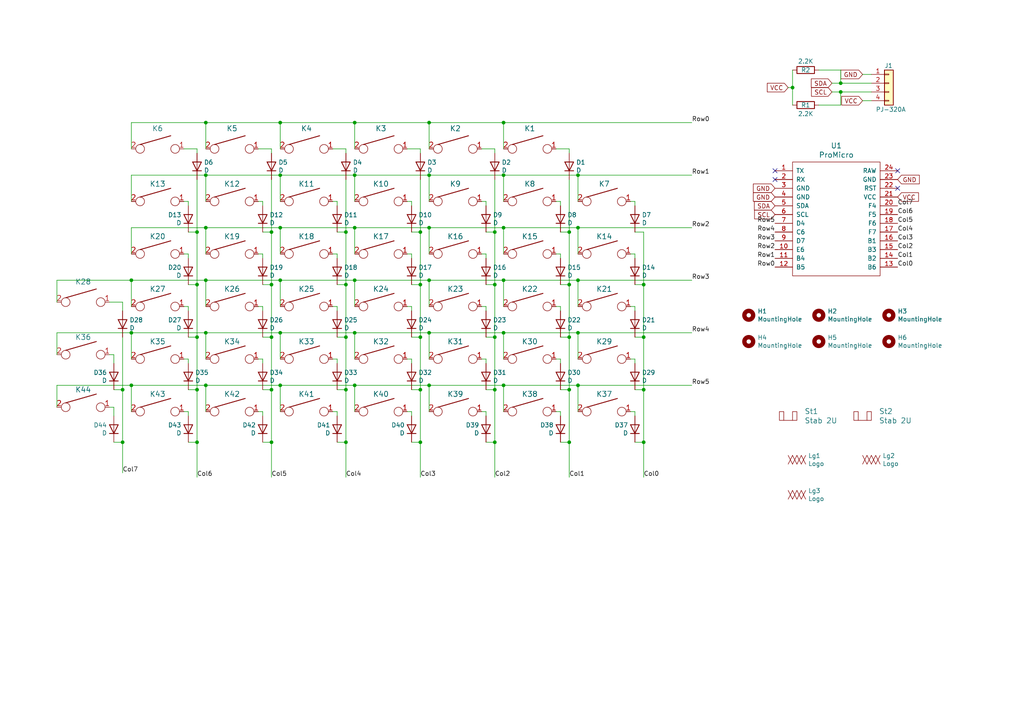
<source format=kicad_sch>
(kicad_sch (version 20230121) (generator eeschema)
  (paper "A4")
  (title_block (title "ErgoMax - Left side PCB") (date "2019-02-14") (company "Louwii"))
  (lib_symbols
    (symbol "Connector_Generic:Conn_01x04" (pin_names (offset 1.016) hide)
      (property "Reference" "J" (at 0 5.08 0))
      (property "Value" "Conn_01x04" (at 0 -7.62 0))
      (symbol "Conn_01x04_1_1"
        (pin passive line (at -5.08 2.54 0) (length 3.81) (name "Pin_1") (number "1"))
        (pin passive line (at -5.08 0 0) (length 3.81) (name "Pin_2") (number "2"))
        (pin passive line (at -5.08 -2.54 0) (length 3.81) (name "Pin_3") (number "3"))
        (pin passive line (at -5.08 -5.08 0) (length 3.81) (name "Pin_4") (number "4"))
      )
    )
    (symbol "Device:D" (pin_numbers hide) (pin_names (offset 1.016) hide)
      (property "Reference" "D" (at 0 2.54 0))
      (property "Value" "D" (at 0 -2.54 0))
      (symbol "D_1_1"
        (pin passive line (at -3.81 0 0) (length 2.54) (name "K") (number "1"))
        (pin passive line (at 3.81 0 180) (length 2.54) (name "A") (number "2"))
      )
    )
    (symbol "Device:R" (pin_numbers hide) (pin_names (offset 0))
      (property "Reference" "R" (at 2.032 0 90))
      (property "Value" "R" (at 0 0 90))
      (symbol "R_1_1"
        (pin passive line (at 0 3.81 270) (length 1.27) (name "~") (number "1"))
        (pin passive line (at 0 -3.81 90) (length 1.27) (name "~") (number "2"))
      )
    )
    (symbol "ErgoMax:Logo" (pin_names (offset 1.016))
      (property "Reference" "Lg" (at 0 -2.54 0))
      (property "Value" "Logo" (at 0 2.54 0))
    )
    (symbol "ErgoMax:Stabilizer" (pin_names (offset 1.016))
      (property "Reference" "St" (at 0 -2.54 0))
      (property "Value" "Stabilizer" (at 0 2.54 0))
    )
    (symbol "Mechanical:MountingHole" (pin_names (offset 1.016))
      (property "Reference" "H" (at 0 5.08 0))
      (property "Value" "MountingHole" (at 0 3.175 0))
    )
    (symbol "keyboard_parts:KEYSW" (pin_names (offset 1.016))
      (property "Reference" "K?" (at -1.27 0 0))
      (symbol "KEYSW_1_1"
        (pin passive line (at 7.62 0 180) (length 1.27) (name "~") (number "1"))
        (pin passive line (at -7.62 0 0) (length 1.27) (name "~") (number "2"))
      )
    )
    (symbol "promicro:ProMicro" (pin_names (offset 1.016))
      (property "Reference" "U" (at 0 24.13 0))
      (property "Value" "ProMicro" (at 0 -13.97 0))
      (symbol "ProMicro_1_1"
        (pin bidirectional line (at -17.78 19.05 0) (length 5.08) (name "TX") (number "1"))
        (pin bidirectional line (at -17.78 -3.81 0) (length 5.08) (name "E6") (number "10"))
        (pin bidirectional line (at -17.78 -6.35 0) (length 5.08) (name "B4") (number "11"))
        (pin bidirectional line (at -17.78 -8.89 0) (length 5.08) (name "B5") (number "12"))
        (pin bidirectional line (at 17.78 -8.89 180) (length 5.08) (name "B6") (number "13"))
        (pin bidirectional line (at 17.78 -6.35 180) (length 5.08) (name "B2") (number "14"))
        (pin bidirectional line (at 17.78 -3.81 180) (length 5.08) (name "B3") (number "15"))
        (pin bidirectional line (at 17.78 -1.27 180) (length 5.08) (name "B1") (number "16"))
        (pin bidirectional line (at 17.78 1.27 180) (length 5.08) (name "F7") (number "17"))
        (pin bidirectional line (at 17.78 3.81 180) (length 5.08) (name "F6") (number "18"))
        (pin bidirectional line (at 17.78 6.35 180) (length 5.08) (name "F5") (number "19"))
        (pin bidirectional line (at -17.78 16.51 0) (length 5.08) (name "RX") (number "2"))
        (pin bidirectional line (at 17.78 8.89 180) (length 5.08) (name "F4") (number "20"))
        (pin power_out line (at 17.78 11.43 180) (length 5.08) (name "VCC") (number "21"))
        (pin input line (at 17.78 13.97 180) (length 5.08) (name "RST") (number "22"))
        (pin power_in line (at 17.78 16.51 180) (length 5.08) (name "GND") (number "23"))
        (pin power_out line (at 17.78 19.05 180) (length 5.08) (name "RAW") (number "24"))
        (pin power_in line (at -17.78 13.97 0) (length 5.08) (name "GND") (number "3"))
        (pin power_in line (at -17.78 11.43 0) (length 5.08) (name "GND") (number "4"))
        (pin bidirectional line (at -17.78 8.89 0) (length 5.08) (name "SDA") (number "5"))
        (pin bidirectional line (at -17.78 6.35 0) (length 5.08) (name "SCL") (number "6"))
        (pin bidirectional line (at -17.78 3.81 0) (length 5.08) (name "D4") (number "7"))
        (pin bidirectional line (at -17.78 1.27 0) (length 5.08) (name "C6") (number "8"))
        (pin bidirectional line (at -17.78 -1.27 0) (length 5.08) (name "D7") (number "9"))
      )
    )
  )
  (junction (at 57.15 82.55))
  (junction (at 165.1 82.55))
  (junction (at 35.56 128.27))
  (junction (at 100.33 97.79))
  (junction (at 59.69 96.52))
  (junction (at 124.46 96.52))
  (junction (at 167.64 50.8))
  (junction (at 102.87 50.8))
  (junction (at 167.64 66.04))
  (junction (at 78.74 97.79))
  (junction (at 102.87 81.28))
  (junction (at 78.74 67.31))
  (junction (at 124.46 35.56))
  (junction (at 59.69 35.56))
  (junction (at 143.51 128.27))
  (junction (at 143.51 67.31))
  (junction (at 143.51 97.79))
  (junction (at 81.28 111.76))
  (junction (at 81.28 96.52))
  (junction (at 167.64 96.52))
  (junction (at 38.1 111.76))
  (junction (at 229.87 25.4))
  (junction (at 100.33 82.55))
  (junction (at 59.69 50.8))
  (junction (at 78.74 128.27))
  (junction (at 102.87 35.56))
  (junction (at 146.05 96.52))
  (junction (at 100.33 128.27))
  (junction (at 102.87 96.52))
  (junction (at 78.74 82.55))
  (junction (at 165.1 67.31))
  (junction (at 81.28 66.04))
  (junction (at 243.84 24.13))
  (junction (at 57.15 97.79))
  (junction (at 167.64 81.28))
  (junction (at 186.69 82.55))
  (junction (at 146.05 81.28))
  (junction (at 165.1 97.79))
  (junction (at 121.92 67.31))
  (junction (at 165.1 113.03))
  (junction (at 57.15 128.27))
  (junction (at 186.69 97.79))
  (junction (at 81.28 81.28))
  (junction (at 143.51 82.55))
  (junction (at 121.92 97.79))
  (junction (at 57.15 113.03))
  (junction (at 121.92 82.55))
  (junction (at 121.92 128.27))
  (junction (at 124.46 81.28))
  (junction (at 124.46 50.8))
  (junction (at 186.69 113.03))
  (junction (at 59.69 111.76))
  (junction (at 243.84 26.67))
  (junction (at 167.64 111.76))
  (junction (at 186.69 128.27))
  (junction (at 38.1 96.52))
  (junction (at 78.74 113.03))
  (junction (at 102.87 66.04))
  (junction (at 38.1 81.28))
  (junction (at 146.05 111.76))
  (junction (at 165.1 128.27))
  (junction (at 102.87 111.76))
  (junction (at 146.05 66.04))
  (junction (at 59.69 66.04))
  (junction (at 57.15 67.31))
  (junction (at 35.56 113.03))
  (junction (at 143.51 113.03))
  (junction (at 81.28 50.8))
  (junction (at 124.46 66.04))
  (junction (at 59.69 81.28))
  (junction (at 146.05 35.56))
  (junction (at 124.46 111.76))
  (junction (at 146.05 50.8))
  (junction (at 100.33 113.03))
  (junction (at 81.28 35.56))
  (junction (at 121.92 113.03))
  (junction (at 100.33 67.31))
  (no_connect (at 260.35 54.61))
  (no_connect (at 224.79 52.07))
  (no_connect (at 260.35 49.53))
  (no_connect (at 224.79 49.53))
  (wire (pts (xy 76.2 119.38) (xy 76.2 120.65)))
  (wire (pts (xy 121.92 82.55) (xy 121.92 97.79)))
  (wire (pts (xy 76.2 88.9) (xy 76.2 90.17)))
  (wire (pts (xy 167.64 111.76) (xy 200.66 111.76)))
  (wire (pts (xy 250.19 21.59) (xy 252.73 21.59)))
  (wire (pts (xy 167.64 50.8) (xy 200.66 50.8)))
  (wire (pts (xy 96.52 88.9) (xy 97.79 88.9)))
  (wire (pts (xy 59.69 43.18) (xy 59.69 35.56)))
  (wire (pts (xy 74.93 58.42) (xy 76.2 58.42)))
  (wire (pts (xy 165.1 128.27) (xy 165.1 138.43)))
  (wire (pts (xy 167.64 81.28) (xy 200.66 81.28)))
  (wire (pts (xy 124.46 81.28) (xy 102.87 81.28)))
  (wire (pts (xy 161.29 73.66) (xy 162.56 73.66)))
  (wire (pts (xy 250.19 29.21) (xy 252.73 29.21)))
  (wire (pts (xy 35.56 113.03) (xy 35.56 128.27)))
  (wire (pts (xy 38.1 96.52) (xy 38.1 104.14)))
  (wire (pts (xy 35.56 97.79) (xy 35.56 113.03)))
  (wire (pts (xy 57.15 52.07) (xy 57.15 67.31)))
  (wire (pts (xy 167.64 66.04) (xy 146.05 66.04)))
  (wire (pts (xy 167.64 73.66) (xy 167.64 66.04)))
  (wire (pts (xy 59.69 66.04) (xy 38.1 66.04)))
  (wire (pts (xy 228.6 25.4) (xy 229.87 25.4)))
  (wire (pts (xy 57.15 113.03) (xy 57.15 128.27)))
  (wire (pts (xy 146.05 50.8) (xy 167.64 50.8)))
  (wire (pts (xy 146.05 43.18) (xy 146.05 35.56)))
  (wire (pts (xy 184.15 128.27) (xy 186.69 128.27)))
  (wire (pts (xy 100.33 128.27) (xy 100.33 138.43)))
  (wire (pts (xy 140.97 58.42) (xy 140.97 59.69)))
  (wire (pts (xy 143.51 52.07) (xy 143.51 67.31)))
  (wire (pts (xy 241.3 24.13) (xy 243.84 24.13)))
  (wire (pts (xy 241.3 26.67) (xy 243.84 26.67)))
  (wire (pts (xy 139.7 119.38) (xy 140.97 119.38)))
  (wire (pts (xy 146.05 88.9) (xy 146.05 81.28)))
  (wire (pts (xy 140.97 113.03) (xy 143.51 113.03)))
  (wire (pts (xy 143.51 43.18) (xy 143.51 44.45)))
  (wire (pts (xy 118.11 73.66) (xy 119.38 73.66)))
  (wire (pts (xy 182.88 58.42) (xy 184.15 58.42)))
  (wire (pts (xy 143.51 97.79) (xy 143.51 113.03)))
  (wire (pts (xy 54.61 67.31) (xy 57.15 67.31)))
  (wire (pts (xy 54.61 113.03) (xy 57.15 113.03)))
  (wire (pts (xy 102.87 81.28) (xy 81.28 81.28)))
  (wire (pts (xy 182.88 73.66) (xy 184.15 73.66)))
  (wire (pts (xy 143.51 113.03) (xy 143.51 128.27)))
  (wire (pts (xy 53.34 119.38) (xy 54.61 119.38)))
  (wire (pts (xy 97.79 119.38) (xy 97.79 120.65)))
  (wire (pts (xy 54.61 82.55) (xy 57.15 82.55)))
  (wire (pts (xy 38.1 35.56) (xy 38.1 43.18)))
  (wire (pts (xy 76.2 58.42) (xy 76.2 59.69)))
  (wire (pts (xy 140.97 67.31) (xy 143.51 67.31)))
  (wire (pts (xy 146.05 119.38) (xy 146.05 111.76)))
  (wire (pts (xy 184.15 119.38) (xy 184.15 120.65)))
  (wire (pts (xy 54.61 90.17) (xy 54.61 88.9)))
  (wire (pts (xy 97.79 73.66) (xy 97.79 74.93)))
  (wire (pts (xy 100.33 67.31) (xy 100.33 82.55)))
  (wire (pts (xy 184.15 97.79) (xy 186.69 97.79)))
  (wire (pts (xy 38.1 50.8) (xy 38.1 58.42)))
  (wire (pts (xy 182.88 119.38) (xy 184.15 119.38)))
  (wire (pts (xy 100.33 82.55) (xy 100.33 97.79)))
  (wire (pts (xy 140.97 82.55) (xy 143.51 82.55)))
  (wire (pts (xy 59.69 111.76) (xy 38.1 111.76)))
  (wire (pts (xy 54.61 97.79) (xy 57.15 97.79)))
  (wire (pts (xy 102.87 43.18) (xy 102.87 35.56)))
  (wire (pts (xy 140.97 88.9) (xy 140.97 90.17)))
  (wire (pts (xy 119.38 104.14) (xy 119.38 105.41)))
  (wire (pts (xy 38.1 111.76) (xy 16.51 111.76)))
  (wire (pts (xy 78.74 113.03) (xy 78.74 128.27)))
  (wire (pts (xy 81.28 81.28) (xy 59.69 81.28)))
  (wire (pts (xy 124.46 50.8) (xy 102.87 50.8)))
  (wire (pts (xy 81.28 66.04) (xy 59.69 66.04)))
  (wire (pts (xy 165.1 97.79) (xy 165.1 113.03)))
  (wire (pts (xy 186.69 128.27) (xy 186.69 138.43)))
  (wire (pts (xy 182.88 104.14) (xy 184.15 104.14)))
  (wire (pts (xy 102.87 58.42) (xy 102.87 50.8)))
  (wire (pts (xy 162.56 104.14) (xy 162.56 105.41)))
  (wire (pts (xy 81.28 104.14) (xy 81.28 96.52)))
  (wire (pts (xy 76.2 73.66) (xy 76.2 74.93)))
  (wire (pts (xy 143.51 67.31) (xy 143.51 82.55)))
  (wire (pts (xy 146.05 111.76) (xy 124.46 111.76)))
  (wire (pts (xy 118.11 104.14) (xy 119.38 104.14)))
  (wire (pts (xy 146.05 58.42) (xy 146.05 50.8)))
  (wire (pts (xy 100.33 97.79) (xy 100.33 113.03)))
  (wire (pts (xy 124.46 58.42) (xy 124.46 50.8)))
  (wire (pts (xy 102.87 50.8) (xy 81.28 50.8)))
  (wire (pts (xy 165.1 52.07) (xy 165.1 67.31)))
  (wire (pts (xy 119.38 113.03) (xy 121.92 113.03)))
  (wire (pts (xy 140.97 128.27) (xy 143.51 128.27)))
  (wire (pts (xy 124.46 96.52) (xy 102.87 96.52)))
  (wire (pts (xy 146.05 104.14) (xy 146.05 96.52)))
  (wire (pts (xy 31.75 102.87) (xy 33.02 102.87)))
  (wire (pts (xy 119.38 67.31) (xy 121.92 67.31)))
  (wire (pts (xy 59.69 50.8) (xy 59.69 58.42)))
  (wire (pts (xy 167.64 88.9) (xy 167.64 81.28)))
  (wire (pts (xy 119.38 119.38) (xy 119.38 120.65)))
  (wire (pts (xy 165.1 67.31) (xy 165.1 82.55)))
  (wire (pts (xy 243.84 30.48) (xy 243.84 26.67)))
  (wire (pts (xy 167.64 66.04) (xy 200.66 66.04)))
  (wire (pts (xy 184.15 104.14) (xy 184.15 105.41)))
  (wire (pts (xy 121.92 43.18) (xy 118.11 43.18)))
  (wire (pts (xy 243.84 26.67) (xy 252.73 26.67)))
  (wire (pts (xy 96.52 43.18) (xy 100.33 43.18)))
  (wire (pts (xy 139.7 58.42) (xy 140.97 58.42)))
  (wire (pts (xy 184.15 67.31) (xy 186.69 67.31)))
  (wire (pts (xy 119.38 58.42) (xy 119.38 59.69)))
  (wire (pts (xy 184.15 58.42) (xy 184.15 59.69)))
  (wire (pts (xy 186.69 113.03) (xy 186.69 128.27)))
  (wire (pts (xy 143.51 82.55) (xy 143.51 97.79)))
  (wire (pts (xy 162.56 88.9) (xy 162.56 90.17)))
  (wire (pts (xy 78.74 43.18) (xy 78.74 44.45)))
  (wire (pts (xy 76.2 104.14) (xy 76.2 105.41)))
  (wire (pts (xy 102.87 35.56) (xy 81.28 35.56)))
  (wire (pts (xy 167.64 96.52) (xy 200.66 96.52)))
  (wire (pts (xy 74.93 119.38) (xy 76.2 119.38)))
  (wire (pts (xy 57.15 43.18) (xy 57.15 44.45)))
  (wire (pts (xy 124.46 88.9) (xy 124.46 81.28)))
  (wire (pts (xy 124.46 50.8) (xy 146.05 50.8)))
  (wire (pts (xy 146.05 35.56) (xy 124.46 35.56)))
  (wire (pts (xy 161.29 119.38) (xy 162.56 119.38)))
  (wire (pts (xy 74.93 43.18) (xy 78.74 43.18)))
  (wire (pts (xy 161.29 43.18) (xy 165.1 43.18)))
  (wire (pts (xy 162.56 97.79) (xy 165.1 97.79)))
  (wire (pts (xy 121.92 44.45) (xy 121.92 43.18)))
  (wire (pts (xy 162.56 58.42) (xy 162.56 59.69)))
  (wire (pts (xy 78.74 52.07) (xy 78.74 67.31)))
  (wire (pts (xy 167.64 58.42) (xy 167.64 50.8)))
  (wire (pts (xy 186.69 67.31) (xy 186.69 82.55)))
  (wire (pts (xy 59.69 88.9) (xy 59.69 81.28)))
  (wire (pts (xy 102.87 73.66) (xy 102.87 66.04)))
  (wire (pts (xy 139.7 43.18) (xy 143.51 43.18)))
  (wire (pts (xy 161.29 104.14) (xy 162.56 104.14)))
  (wire (pts (xy 186.69 97.79) (xy 186.69 113.03)))
  (wire (pts (xy 146.05 96.52) (xy 124.46 96.52)))
  (wire (pts (xy 124.46 35.56) (xy 102.87 35.56)))
  (wire (pts (xy 96.52 119.38) (xy 97.79 119.38)))
  (wire (pts (xy 140.97 97.79) (xy 143.51 97.79)))
  (wire (pts (xy 35.56 128.27) (xy 35.56 137.16)))
  (wire (pts (xy 57.15 128.27) (xy 57.15 138.43)))
  (wire (pts (xy 102.87 119.38) (xy 102.87 111.76)))
  (wire (pts (xy 165.1 113.03) (xy 165.1 128.27)))
  (wire (pts (xy 161.29 88.9) (xy 162.56 88.9)))
  (wire (pts (xy 81.28 50.8) (xy 59.69 50.8)))
  (wire (pts (xy 124.46 119.38) (xy 124.46 111.76)))
  (wire (pts (xy 59.69 66.04) (xy 59.69 73.66)))
  (wire (pts (xy 186.69 82.55) (xy 186.69 97.79)))
  (wire (pts (xy 31.75 87.63) (xy 35.56 87.63)))
  (wire (pts (xy 119.38 97.79) (xy 121.92 97.79)))
  (wire (pts (xy 184.15 88.9) (xy 184.15 90.17)))
  (wire (pts (xy 33.02 118.11) (xy 33.02 120.65)))
  (wire (pts (xy 167.64 81.28) (xy 146.05 81.28)))
  (wire (pts (xy 146.05 81.28) (xy 124.46 81.28)))
  (wire (pts (xy 167.64 119.38) (xy 167.64 111.76)))
  (wire (pts (xy 59.69 81.28) (xy 38.1 81.28)))
  (wire (pts (xy 97.79 113.03) (xy 100.33 113.03)))
  (wire (pts (xy 229.87 25.4) (xy 229.87 20.32)))
  (wire (pts (xy 162.56 67.31) (xy 165.1 67.31)))
  (wire (pts (xy 97.79 104.14) (xy 97.79 105.41)))
  (wire (pts (xy 97.79 58.42) (xy 97.79 59.69)))
  (wire (pts (xy 140.97 73.66) (xy 140.97 74.93)))
  (wire (pts (xy 54.61 59.69) (xy 54.61 58.42)))
  (wire (pts (xy 119.38 73.66) (xy 119.38 74.93)))
  (wire (pts (xy 162.56 73.66) (xy 162.56 74.93)))
  (wire (pts (xy 121.92 97.79) (xy 121.92 113.03)))
  (wire (pts (xy 184.15 82.55) (xy 186.69 82.55)))
  (wire (pts (xy 102.87 88.9) (xy 102.87 81.28)))
  (wire (pts (xy 74.93 73.66) (xy 76.2 73.66)))
  (wire (pts (xy 243.84 20.32) (xy 243.84 24.13)))
  (wire (pts (xy 81.28 119.38) (xy 81.28 111.76)))
  (wire (pts (xy 124.46 73.66) (xy 124.46 66.04)))
  (wire (pts (xy 78.74 67.31) (xy 78.74 82.55)))
  (wire (pts (xy 53.34 88.9) (xy 54.61 88.9)))
  (wire (pts (xy 121.92 113.03) (xy 121.92 128.27)))
  (wire (pts (xy 97.79 88.9) (xy 97.79 90.17)))
  (wire (pts (xy 237.49 20.32) (xy 243.84 20.32)))
  (wire (pts (xy 102.87 104.14) (xy 102.87 96.52)))
  (wire (pts (xy 38.1 96.52) (xy 16.51 96.52)))
  (wire (pts (xy 162.56 82.55) (xy 165.1 82.55)))
  (wire (pts (xy 140.97 104.14) (xy 140.97 105.41)))
  (wire (pts (xy 59.69 119.38) (xy 59.69 111.76)))
  (wire (pts (xy 57.15 67.31) (xy 57.15 82.55)))
  (wire (pts (xy 124.46 111.76) (xy 102.87 111.76)))
  (wire (pts (xy 119.38 128.27) (xy 121.92 128.27)))
  (wire (pts (xy 53.34 73.66) (xy 54.61 73.66)))
  (wire (pts (xy 118.11 119.38) (xy 119.38 119.38)))
  (wire (pts (xy 162.56 128.27) (xy 165.1 128.27)))
  (wire (pts (xy 78.74 128.27) (xy 78.74 138.43)))
  (wire (pts (xy 102.87 66.04) (xy 81.28 66.04)))
  (wire (pts (xy 229.87 25.4) (xy 229.87 30.48)))
  (wire (pts (xy 53.34 43.18) (xy 57.15 43.18)))
  (wire (pts (xy 81.28 43.18) (xy 81.28 35.56)))
  (wire (pts (xy 33.02 113.03) (xy 35.56 113.03)))
  (wire (pts (xy 100.33 52.07) (xy 100.33 67.31)))
  (wire (pts (xy 124.46 104.14) (xy 124.46 96.52)))
  (wire (pts (xy 119.38 88.9) (xy 119.38 90.17)))
  (wire (pts (xy 118.11 58.42) (xy 119.38 58.42)))
  (wire (pts (xy 81.28 35.56) (xy 59.69 35.56)))
  (wire (pts (xy 38.1 111.76) (xy 38.1 119.38)))
  (wire (pts (xy 59.69 35.56) (xy 38.1 35.56)))
  (wire (pts (xy 100.33 43.18) (xy 100.33 44.45)))
  (wire (pts (xy 146.05 73.66) (xy 146.05 66.04)))
  (wire (pts (xy 102.87 111.76) (xy 81.28 111.76)))
  (wire (pts (xy 59.69 96.52) (xy 38.1 96.52)))
  (wire (pts (xy 97.79 67.31) (xy 100.33 67.31)))
  (wire (pts (xy 121.92 128.27) (xy 121.92 138.43)))
  (wire (pts (xy 33.02 102.87) (xy 33.02 105.41)))
  (wire (pts (xy 53.34 104.14) (xy 54.61 104.14)))
  (wire (pts (xy 139.7 88.9) (xy 140.97 88.9)))
  (wire (pts (xy 139.7 104.14) (xy 140.97 104.14)))
  (wire (pts (xy 102.87 96.52) (xy 81.28 96.52)))
  (wire (pts (xy 161.29 58.42) (xy 162.56 58.42)))
  (wire (pts (xy 59.69 50.8) (xy 38.1 50.8)))
  (wire (pts (xy 81.28 96.52) (xy 59.69 96.52)))
  (wire (pts (xy 76.2 113.03) (xy 78.74 113.03)))
  (wire (pts (xy 146.05 35.56) (xy 200.66 35.56)))
  (wire (pts (xy 100.33 113.03) (xy 100.33 128.27)))
  (wire (pts (xy 96.52 73.66) (xy 97.79 73.66)))
  (wire (pts (xy 74.93 104.14) (xy 76.2 104.14)))
  (wire (pts (xy 124.46 66.04) (xy 102.87 66.04)))
  (wire (pts (xy 182.88 88.9) (xy 184.15 88.9)))
  (wire (pts (xy 38.1 81.28) (xy 16.51 81.28)))
  (wire (pts (xy 121.92 67.31) (xy 121.92 82.55)))
  (wire (pts (xy 81.28 73.66) (xy 81.28 66.04)))
  (wire (pts (xy 38.1 81.28) (xy 38.1 88.9)))
  (wire (pts (xy 33.02 128.27) (xy 35.56 128.27)))
  (wire (pts (xy 165.1 43.18) (xy 165.1 44.45)))
  (wire (pts (xy 31.75 118.11) (xy 33.02 118.11)))
  (wire (pts (xy 96.52 58.42) (xy 97.79 58.42)))
  (wire (pts (xy 54.61 120.65) (xy 54.61 119.38)))
  (wire (pts (xy 124.46 43.18) (xy 124.46 35.56)))
  (wire (pts (xy 76.2 97.79) (xy 78.74 97.79)))
  (wire (pts (xy 167.64 96.52) (xy 146.05 96.52)))
  (wire (pts (xy 165.1 82.55) (xy 165.1 97.79)))
  (wire (pts (xy 167.64 104.14) (xy 167.64 96.52)))
  (wire (pts (xy 53.34 58.42) (xy 54.61 58.42)))
  (wire (pts (xy 81.28 111.76) (xy 59.69 111.76)))
  (wire (pts (xy 81.28 58.42) (xy 81.28 50.8)))
  (wire (pts (xy 184.15 113.03) (xy 186.69 113.03)))
  (wire (pts (xy 143.51 128.27) (xy 143.51 138.43)))
  (wire (pts (xy 54.61 128.27) (xy 57.15 128.27)))
  (wire (pts (xy 97.79 128.27) (xy 100.33 128.27)))
  (wire (pts (xy 146.05 66.04) (xy 124.46 66.04)))
  (wire (pts (xy 119.38 82.55) (xy 121.92 82.55)))
  (wire (pts (xy 139.7 73.66) (xy 140.97 73.66)))
  (wire (pts (xy 162.56 113.03) (xy 165.1 113.03)))
  (wire (pts (xy 76.2 67.31) (xy 78.74 67.31)))
  (wire (pts (xy 97.79 97.79) (xy 100.33 97.79)))
  (wire (pts (xy 54.61 105.41) (xy 54.61 104.14)))
  (wire (pts (xy 76.2 82.55) (xy 78.74 82.55)))
  (wire (pts (xy 59.69 104.14) (xy 59.69 96.52)))
  (wire (pts (xy 97.79 82.55) (xy 100.33 82.55)))
  (wire (pts (xy 16.51 111.76) (xy 16.51 118.11)))
  (wire (pts (xy 57.15 82.55) (xy 57.15 97.79)))
  (wire (pts (xy 35.56 90.17) (xy 35.56 87.63)))
  (wire (pts (xy 118.11 88.9) (xy 119.38 88.9)))
  (wire (pts (xy 243.84 24.13) (xy 252.73 24.13)))
  (wire (pts (xy 54.61 74.93) (xy 54.61 73.66)))
  (wire (pts (xy 78.74 82.55) (xy 78.74 97.79)))
  (wire (pts (xy 184.15 73.66) (xy 184.15 74.93)))
  (wire (pts (xy 162.56 119.38) (xy 162.56 120.65)))
  (wire (pts (xy 78.74 97.79) (xy 78.74 113.03)))
  (wire (pts (xy 16.51 81.28) (xy 16.51 87.63)))
  (wire (pts (xy 74.93 88.9) (xy 76.2 88.9)))
  (wire (pts (xy 57.15 97.79) (xy 57.15 113.03)))
  (wire (pts (xy 76.2 128.27) (xy 78.74 128.27)))
  (wire (pts (xy 237.49 30.48) (xy 243.84 30.48)))
  (wire (pts (xy 96.52 104.14) (xy 97.79 104.14)))
  (wire (pts (xy 121.92 52.07) (xy 121.92 67.31)))
  (wire (pts (xy 16.51 96.52) (xy 16.51 102.87)))
  (wire (pts (xy 140.97 119.38) (xy 140.97 120.65)))
  (wire (pts (xy 81.28 88.9) (xy 81.28 81.28)))
  (wire (pts (xy 167.64 111.76) (xy 146.05 111.76)))
  (wire (pts (xy 38.1 66.04) (xy 38.1 73.66)))
  (label "Col7" (at 35.56 137.16 0))
  (label "Col0" (at 260.35 77.47 0))
  (label "Row0" (at 200.66 35.56 0))
  (label "Row1" (at 200.66 50.8 0))
  (label "Col4" (at 260.35 67.31 0))
  (label "Col5" (at 78.74 138.43 0))
  (label "Col2" (at 260.35 72.39 0))
  (label "Col6" (at 260.35 62.23 0))
  (label "Row2" (at 200.66 66.04 0))
  (label "Col0" (at 186.69 138.43 0))
  (label "Row3" (at 200.66 81.28 0))
  (label "Col1" (at 260.35 74.93 0))
  (label "Col3" (at 121.92 138.43 0))
  (label "Row3" (at 224.79 69.85 180))
  (label "Row0" (at 224.79 77.47 180))
  (label "Row5" (at 200.66 111.76 0))
  (label "Col1" (at 165.1 138.43 0))
  (label "Row4" (at 200.66 96.52 0))
  (label "Row5" (at 224.79 64.77 180))
  (label "Col7" (at 260.35 59.69 0))
  (label "Row2" (at 224.79 72.39 180))
  (label "Col6" (at 57.15 138.43 0))
  (label "Col3" (at 260.35 69.85 0))
  (label "Col5" (at 260.35 64.77 0))
  (label "Row4" (at 224.79 67.31 180))
  (label "Col2" (at 143.51 138.43 0))
  (label "Row1" (at 224.79 74.93 180))
  (label "Col4" (at 100.33 138.43 0))
  (global_label "GND" (shape input) (at 260.35 52.07 0) (property "Intersheetrefs" "${INTERSHEET_REFS}" (effects hide)))
  (global_label "SDA" (shape input) (at 241.3 24.13 180) (property "Intersheetrefs" "${INTERSHEET_REFS}" (effects hide)))
  (global_label "SCL" (shape input) (at 224.79 62.23 180) (property "Intersheetrefs" "${INTERSHEET_REFS}" (effects hide)))
  (global_label "SCL" (shape input) (at 241.3 26.67 180) (property "Intersheetrefs" "${INTERSHEET_REFS}" (effects hide)))
  (global_label "GND" (shape input) (at 250.19 21.59 180) (property "Intersheetrefs" "${INTERSHEET_REFS}" (effects hide)))
  (global_label "GND" (shape input) (at 224.79 54.61 180) (property "Intersheetrefs" "${INTERSHEET_REFS}" (effects hide)))
  (global_label "GND" (shape input) (at 224.79 57.15 180) (property "Intersheetrefs" "${INTERSHEET_REFS}" (effects hide)))
  (global_label "VCC" (shape input) (at 228.6 25.4 180) (property "Intersheetrefs" "${INTERSHEET_REFS}" (effects hide)))
  (global_label "VCC" (shape input) (at 260.35 57.15 0) (property "Intersheetrefs" "${INTERSHEET_REFS}" (effects hide)))
  (global_label "SDA" (shape input) (at 224.79 59.69 180) (property "Intersheetrefs" "${INTERSHEET_REFS}" (effects hide)))
  (global_label "VCC" (shape input) (at 250.19 29.21 180) (property "Intersheetrefs" "${INTERSHEET_REFS}" (effects hide)))
  (symbol (lib_id "promicro:ProMicro") (at 242.57 68.58 0) (unit 1) (in_bom no)
    (property "Reference" "U1" (at 242.57 42.2402 0) (effects (font (size 1.524 1.524))))
    (property "Value" "ProMicro" (at 242.57 44.9326 0) (effects (font (size 1.524 1.524))))
    (property "Footprint" "promicro:ProMicro" (effects hide))
  )
  (symbol (lib_id "keyboard_parts:KEYSW") (at 153.67 43.18 0) (unit 1)
    (property "Reference" "K1" (at 153.67 37.2618 0) (effects (font (size 1.524 1.524))))
    (property "Value" "F1" (effects hide))
    (property "Footprint" "ErgoMax:Kailh_MX_Socket" (effects hide))
    (property "LCSC" "C5184526" (effects hide))
  )
  (symbol (lib_id "keyboard_parts:KEYSW") (at 132.08 43.18 0) (unit 1)
    (property "Reference" "K2" (at 132.08 37.2618 0) (effects (font (size 1.524 1.524))))
    (property "Value" "F2" (effects hide))
    (property "Footprint" "ErgoMax:Kailh_MX_Socket" (effects hide))
    (property "LCSC" "C5184526" (effects hide))
  )
  (symbol (lib_id "keyboard_parts:KEYSW") (at 110.49 43.18 0) (unit 1)
    (property "Reference" "K3" (at 110.49 37.2618 0) (effects (font (size 1.524 1.524))))
    (property "Value" "F3" (effects hide))
    (property "Footprint" "ErgoMax:Kailh_MX_Socket" (effects hide))
    (property "LCSC" "C5184526" (effects hide))
  )
  (symbol (lib_id "keyboard_parts:KEYSW") (at 88.9 43.18 0) (unit 1)
    (property "Reference" "K4" (at 88.9 37.2618 0) (effects (font (size 1.524 1.524))))
    (property "Value" "F4" (effects hide))
    (property "Footprint" "ErgoMax:Kailh_MX_Socket" (effects hide))
    (property "LCSC" "C5184526" (effects hide))
  )
  (symbol (lib_id "keyboard_parts:KEYSW") (at 67.31 43.18 0) (unit 1)
    (property "Reference" "K5" (at 67.31 37.2618 0) (effects (font (size 1.524 1.524))))
    (property "Value" "F5" (effects hide))
    (property "Footprint" "ErgoMax:Kailh_MX_Socket" (effects hide))
    (property "LCSC" "C5184526" (effects hide))
  )
  (symbol (lib_id "keyboard_parts:KEYSW") (at 45.72 43.18 0) (unit 1)
    (property "Reference" "K6" (at 45.72 37.2618 0) (effects (font (size 1.524 1.524))))
    (property "Value" "F6" (effects hide))
    (property "Footprint" "ErgoMax:Kailh_MX_Socket" (effects hide))
    (property "LCSC" "C5184526" (effects hide))
  )
  (symbol (lib_id "Device:D") (at 165.1 48.26 90) (unit 1)
    (property "Reference" "D1" (at 167.1066 47.0916 90) (effects (justify right)))
    (property "Value" "D" (at 167.1066 49.403 90) (effects (justify right)))
    (property "Footprint" "Diode_SMD:D_SOD-123" (effects hide))
    (property "LCSC" "C2972760" (effects hide))
  )
  (symbol (lib_id "keyboard_parts:KEYSW") (at 153.67 58.42 0) (unit 1)
    (property "Reference" "K8" (at 153.67 53.34 0) (effects (font (size 1.524 1.524))))
    (property "Value" "1 !" (effects hide))
    (property "Footprint" "ErgoMax:Kailh_MX_Socket" (effects hide))
    (property "LCSC" "C5184526" (effects hide))
  )
  (symbol (lib_id "Device:D") (at 143.51 48.26 90) (unit 1)
    (property "Reference" "D2" (at 145.5166 47.0916 90) (effects (justify right)))
    (property "Value" "D" (at 145.5166 49.403 90) (effects (justify right)))
    (property "Footprint" "Diode_SMD:D_SOD-123" (effects hide))
    (property "LCSC" "C2972760" (effects hide))
  )
  (symbol (lib_id "keyboard_parts:KEYSW") (at 175.26 58.42 0) (unit 1)
    (property "Reference" "K7" (at 175.26 53.34 0) (effects (font (size 1.524 1.524))))
    (property "Value" "K7" (effects hide))
    (property "Footprint" "ErgoMax:Kailh_MX_Socket" (effects hide))
    (property "LCSC" "C5184526" (effects hide))
  )
  (symbol (lib_id "Device:D") (at 121.92 48.26 90) (unit 1)
    (property "Reference" "D3" (at 123.9266 47.0916 90) (effects (justify right)))
    (property "Value" "D" (at 123.9266 49.403 90) (effects (justify right)))
    (property "Footprint" "Diode_SMD:D_SOD-123" (effects hide))
    (property "LCSC" "C2972760" (effects hide))
  )
  (symbol (lib_id "Device:D") (at 100.33 48.26 90) (unit 1)
    (property "Reference" "D4" (at 102.3366 47.0916 90) (effects (justify right)))
    (property "Value" "D" (at 102.3366 49.403 90) (effects (justify right)))
    (property "Footprint" "Diode_SMD:D_SOD-123" (effects hide))
    (property "LCSC" "C2972760" (effects hide))
  )
  (symbol (lib_id "Device:D") (at 78.74 48.26 90) (unit 1)
    (property "Reference" "D5" (at 80.7466 47.0916 90) (effects (justify right)))
    (property "Value" "D" (at 80.7466 49.403 90) (effects (justify right)))
    (property "Footprint" "Diode_SMD:D_SOD-123" (effects hide))
    (property "LCSC" "C2972760" (effects hide))
  )
  (symbol (lib_id "Device:D") (at 57.15 48.26 90) (unit 1)
    (property "Reference" "D6" (at 59.1566 47.0916 90) (effects (justify right)))
    (property "Value" "D" (at 59.1566 49.403 90) (effects (justify right)))
    (property "Footprint" "Diode_SMD:D_SOD-123" (effects hide))
    (property "LCSC" "C2972760" (effects hide))
  )
  (symbol (lib_id "keyboard_parts:KEYSW") (at 132.08 58.42 0) (unit 1)
    (property "Reference" "K9" (at 132.08 53.34 0) (effects (font (size 1.524 1.524))))
    (property "Value" "2 @" (effects hide))
    (property "Footprint" "ErgoMax:Kailh_MX_Socket" (effects hide))
    (property "LCSC" "C5184526" (effects hide))
  )
  (symbol (lib_id "keyboard_parts:KEYSW") (at 110.49 58.42 0) (unit 1)
    (property "Reference" "K10" (at 110.49 53.34 0) (effects (font (size 1.524 1.524))))
    (property "Value" "3 #" (effects hide))
    (property "Footprint" "ErgoMax:Kailh_MX_Socket" (effects hide))
    (property "LCSC" "C5184526" (effects hide))
  )
  (symbol (lib_id "keyboard_parts:KEYSW") (at 88.9 58.42 0) (unit 1)
    (property "Reference" "K11" (at 88.9 53.34 0) (effects (font (size 1.524 1.524))))
    (property "Value" "4 $" (effects hide))
    (property "Footprint" "ErgoMax:Kailh_MX_Socket" (effects hide))
    (property "LCSC" "C5184526" (effects hide))
  )
  (symbol (lib_id "keyboard_parts:KEYSW") (at 67.31 58.42 0) (unit 1)
    (property "Reference" "K12" (at 67.31 53.34 0) (effects (font (size 1.524 1.524))))
    (property "Value" "5 %" (effects hide))
    (property "Footprint" "ErgoMax:Kailh_MX_Socket" (effects hide))
    (property "LCSC" "C5184526" (effects hide))
  )
  (symbol (lib_id "keyboard_parts:KEYSW") (at 45.72 58.42 0) (unit 1)
    (property "Reference" "K13" (at 45.72 53.34 0) (effects (font (size 1.524 1.524))))
    (property "Value" "K13" (effects hide))
    (property "Footprint" "ErgoMax:Kailh_MX_Socket" (effects hide))
    (property "LCSC" "C5184526" (effects hide))
  )
  (symbol (lib_id "Device:D") (at 162.56 63.5 90) (unit 1)
    (property "Reference" "D8" (at 164.5666 62.3316 90) (effects (justify right)))
    (property "Value" "D" (at 164.5666 64.643 90) (effects (justify right)))
    (property "Footprint" "Diode_SMD:D_SOD-123" (effects hide))
    (property "LCSC" "C2972760" (effects hide))
  )
  (symbol (lib_id "Device:D") (at 140.97 63.5 90) (unit 1)
    (property "Reference" "D9" (at 142.9766 62.3316 90) (effects (justify right)))
    (property "Value" "D" (at 142.9766 64.643 90) (effects (justify right)))
    (property "Footprint" "Diode_SMD:D_SOD-123" (effects hide))
    (property "LCSC" "C2972760" (effects hide))
  )
  (symbol (lib_id "Device:D") (at 119.38 63.5 90) (unit 1)
    (property "Reference" "D10" (at 121.3866 62.3316 90) (effects (justify right)))
    (property "Value" "D" (at 121.3866 64.643 90) (effects (justify right)))
    (property "Footprint" "Diode_SMD:D_SOD-123" (effects hide))
    (property "LCSC" "C2972760" (effects hide))
  )
  (symbol (lib_id "Device:D") (at 97.79 63.5 90) (unit 1)
    (property "Reference" "D11" (at 99.7966 62.3316 90) (effects (justify right)))
    (property "Value" "D" (at 99.7966 64.643 90) (effects (justify right)))
    (property "Footprint" "Diode_SMD:D_SOD-123" (effects hide))
    (property "LCSC" "C2972760" (effects hide))
  )
  (symbol (lib_id "Device:D") (at 76.2 63.5 90) (unit 1)
    (property "Reference" "D12" (at 78.2066 62.3316 90) (effects (justify right)))
    (property "Value" "D" (at 78.2066 64.643 90) (effects (justify right)))
    (property "Footprint" "Diode_SMD:D_SOD-123" (effects hide))
    (property "LCSC" "C2972760" (effects hide))
  )
  (symbol (lib_id "Device:D") (at 54.61 63.5 90) (unit 1)
    (property "Reference" "D13" (at 52.6288 62.3316 90) (effects (justify left)))
    (property "Value" "D" (at 52.6288 64.643 90) (effects (justify left)))
    (property "Footprint" "Diode_SMD:D_SOD-123" (effects hide))
    (property "LCSC" "C2972760" (effects hide))
  )
  (symbol (lib_id "Device:D") (at 184.15 63.5 90) (unit 1)
    (property "Reference" "D7" (at 186.1566 62.3316 90) (effects (justify right)))
    (property "Value" "D" (at 186.1566 64.643 90) (effects (justify right)))
    (property "Footprint" "Diode_SMD:D_SOD-123" (effects hide))
    (property "LCSC" "C2972760" (effects hide))
  )
  (symbol (lib_id "Connector_Generic:Conn_01x04") (at 257.81 24.13 0) (unit 1)
    (property "Reference" "J1" (at 256.54 19.05 0) (effects (justify left)))
    (property "Value" "PJ-320A" (at 254 31.75 0) (effects (justify left)))
    (property "Footprint" "Keebio-Parts:TRRS-PJ-320A-no-Fmask" (effects hide))
    (property "LCSC" "C2884926" (effects hide))
  )
  (symbol (lib_id "keyboard_parts:KEYSW") (at 153.67 73.66 0) (unit 1)
    (property "Reference" "K15" (at 153.67 68.58 0) (effects (font (size 1.524 1.524))))
    (property "Value" "Q" (effects hide))
    (property "Footprint" "ErgoMax:Kailh_MX_Socket" (effects hide))
    (property "LCSC" "C5184526" (effects hide))
  )
  (symbol (lib_id "keyboard_parts:KEYSW") (at 175.26 73.66 0) (unit 1)
    (property "Reference" "K14" (at 175.26 68.58 0) (effects (font (size 1.524 1.524))))
    (property "Value" "K14" (effects hide))
    (property "Footprint" "ErgoMax:Kailh_MX_Socket" (effects hide))
    (property "LCSC" "C5184526" (effects hide))
  )
  (symbol (lib_id "keyboard_parts:KEYSW") (at 132.08 73.66 0) (unit 1)
    (property "Reference" "K16" (at 132.08 68.58 0) (effects (font (size 1.524 1.524))))
    (property "Value" "W" (effects hide))
    (property "Footprint" "ErgoMax:Kailh_MX_Socket" (effects hide))
    (property "LCSC" "C5184526" (effects hide))
  )
  (symbol (lib_id "keyboard_parts:KEYSW") (at 110.49 73.66 0) (unit 1)
    (property "Reference" "K17" (at 110.49 68.58 0) (effects (font (size 1.524 1.524))))
    (property "Value" "E" (effects hide))
    (property "Footprint" "ErgoMax:Kailh_MX_Socket" (effects hide))
    (property "LCSC" "C5184526" (effects hide))
  )
  (symbol (lib_id "keyboard_parts:KEYSW") (at 88.9 73.66 0) (unit 1)
    (property "Reference" "K18" (at 88.9 68.58 0) (effects (font (size 1.524 1.524))))
    (property "Value" "R" (effects hide))
    (property "Footprint" "ErgoMax:Kailh_MX_Socket" (effects hide))
    (property "LCSC" "C5184526" (effects hide))
  )
  (symbol (lib_id "keyboard_parts:KEYSW") (at 67.31 73.66 0) (unit 1)
    (property "Reference" "K19" (at 67.31 68.58 0) (effects (font (size 1.524 1.524))))
    (property "Value" "T" (effects hide))
    (property "Footprint" "ErgoMax:Kailh_MX_Socket" (effects hide))
    (property "LCSC" "C5184526" (effects hide))
  )
  (symbol (lib_id "keyboard_parts:KEYSW") (at 45.72 73.66 0) (unit 1)
    (property "Reference" "K20" (at 45.72 68.58 0) (effects (font (size 1.524 1.524))))
    (property "Value" "K20" (effects hide))
    (property "Footprint" "ErgoMax:Kailh_MX_Socket" (effects hide))
    (property "LCSC" "C5184526" (effects hide))
  )
  (symbol (lib_id "Device:D") (at 162.56 78.74 90) (unit 1)
    (property "Reference" "D15" (at 164.5666 77.5716 90) (effects (justify right)))
    (property "Value" "D" (at 164.5666 79.883 90) (effects (justify right)))
    (property "Footprint" "Diode_SMD:D_SOD-123" (effects hide))
    (property "LCSC" "C2972760" (effects hide))
  )
  (symbol (lib_id "Device:D") (at 140.97 78.74 90) (unit 1)
    (property "Reference" "D16" (at 142.9766 77.5716 90) (effects (justify right)))
    (property "Value" "D" (at 142.9766 79.883 90) (effects (justify right)))
    (property "Footprint" "Diode_SMD:D_SOD-123" (effects hide))
    (property "LCSC" "C2972760" (effects hide))
  )
  (symbol (lib_id "Device:D") (at 119.38 78.74 90) (unit 1)
    (property "Reference" "D17" (at 121.3866 77.5716 90) (effects (justify right)))
    (property "Value" "D" (at 121.3866 79.883 90) (effects (justify right)))
    (property "Footprint" "Diode_SMD:D_SOD-123" (effects hide))
    (property "LCSC" "C2972760" (effects hide))
  )
  (symbol (lib_id "Device:D") (at 97.79 78.74 90) (unit 1)
    (property "Reference" "D18" (at 99.7966 77.5716 90) (effects (justify right)))
    (property "Value" "D" (at 99.7966 79.883 90) (effects (justify right)))
    (property "Footprint" "Diode_SMD:D_SOD-123" (effects hide))
    (property "LCSC" "C2972760" (effects hide))
  )
  (symbol (lib_id "Device:D") (at 76.2 78.74 90) (unit 1)
    (property "Reference" "D19" (at 78.2066 77.5716 90) (effects (justify right)))
    (property "Value" "D" (at 78.2066 79.883 90) (effects (justify right)))
    (property "Footprint" "Diode_SMD:D_SOD-123" (effects hide))
    (property "LCSC" "C2972760" (effects hide))
  )
  (symbol (lib_id "Device:D") (at 54.61 78.74 90) (unit 1)
    (property "Reference" "D20" (at 52.6288 77.5716 90) (effects (justify left)))
    (property "Value" "D" (at 52.6288 79.883 90) (effects (justify left)))
    (property "Footprint" "Diode_SMD:D_SOD-123" (effects hide))
    (property "LCSC" "C2972760" (effects hide))
  )
  (symbol (lib_id "Device:D") (at 184.15 78.74 90) (unit 1)
    (property "Reference" "D14" (at 186.1566 77.5716 90) (effects (justify right)))
    (property "Value" "D" (at 186.1566 79.883 90) (effects (justify right)))
    (property "Footprint" "Diode_SMD:D_SOD-123" (effects hide))
    (property "LCSC" "C2972760" (effects hide))
  )
  (symbol (lib_id "keyboard_parts:KEYSW") (at 153.67 88.9 0) (unit 1)
    (property "Reference" "K22" (at 153.67 83.82 0) (effects (font (size 1.524 1.524))))
    (property "Value" "A" (effects hide))
    (property "Footprint" "ErgoMax:Kailh_MX_Socket" (effects hide))
    (property "LCSC" "C5184526" (effects hide))
  )
  (symbol (lib_id "keyboard_parts:KEYSW") (at 175.26 88.9 0) (unit 1)
    (property "Reference" "K21" (at 175.26 83.82 0) (effects (font (size 1.524 1.524))))
    (property "Value" "K21" (effects hide))
    (property "Footprint" "ErgoMax:Kailh_MX_Socket" (effects hide))
    (property "LCSC" "C5184526" (effects hide))
  )
  (symbol (lib_id "keyboard_parts:KEYSW") (at 132.08 88.9 0) (unit 1)
    (property "Reference" "K23" (at 132.08 83.82 0) (effects (font (size 1.524 1.524))))
    (property "Value" "S" (effects hide))
    (property "Footprint" "ErgoMax:Kailh_MX_Socket" (effects hide))
    (property "LCSC" "C5184526" (effects hide))
  )
  (symbol (lib_id "keyboard_parts:KEYSW") (at 110.49 88.9 0) (unit 1)
    (property "Reference" "K24" (at 110.49 83.82 0) (effects (font (size 1.524 1.524))))
    (property "Value" "D" (effects hide))
    (property "Footprint" "ErgoMax:Kailh_MX_Socket" (effects hide))
    (property "LCSC" "C5184526" (effects hide))
  )
  (symbol (lib_id "keyboard_parts:KEYSW") (at 88.9 88.9 0) (unit 1)
    (property "Reference" "K25" (at 88.9 83.82 0) (effects (font (size 1.524 1.524))))
    (property "Value" "F" (effects hide))
    (property "Footprint" "ErgoMax:Kailh_MX_Socket" (effects hide))
    (property "LCSC" "C5184526" (effects hide))
  )
  (symbol (lib_id "keyboard_parts:KEYSW") (at 67.31 88.9 0) (unit 1)
    (property "Reference" "K26" (at 67.31 83.82 0) (effects (font (size 1.524 1.524))))
    (property "Value" "G" (effects hide))
    (property "Footprint" "ErgoMax:Kailh_MX_Socket" (effects hide))
    (property "LCSC" "C5184526" (effects hide))
  )
  (symbol (lib_id "keyboard_parts:KEYSW") (at 45.72 88.9 0) (unit 1)
    (property "Reference" "K27" (at 45.72 83.82 0) (effects (font (size 1.524 1.524))))
    (property "Value" "K27" (effects hide))
    (property "Footprint" "ErgoMax:Kailh_MX_Socket" (effects hide))
    (property "LCSC" "C5184526" (effects hide))
  )
  (symbol (lib_id "Device:D") (at 162.56 93.98 90) (unit 1)
    (property "Reference" "D22" (at 164.5666 92.8116 90) (effects (justify right)))
    (property "Value" "D" (at 164.5666 95.123 90) (effects (justify right)))
    (property "Footprint" "Diode_SMD:D_SOD-123" (effects hide))
    (property "LCSC" "C2972760" (effects hide))
  )
  (symbol (lib_id "Device:D") (at 140.97 93.98 90) (unit 1)
    (property "Reference" "D23" (at 142.9766 92.8116 90) (effects (justify right)))
    (property "Value" "D" (at 142.9766 95.123 90) (effects (justify right)))
    (property "Footprint" "Diode_SMD:D_SOD-123" (effects hide))
    (property "LCSC" "C2972760" (effects hide))
  )
  (symbol (lib_id "Device:D") (at 119.38 93.98 90) (unit 1)
    (property "Reference" "D24" (at 121.3866 92.8116 90) (effects (justify right)))
    (property "Value" "D" (at 121.3866 95.123 90) (effects (justify right)))
    (property "Footprint" "Diode_SMD:D_SOD-123" (effects hide))
    (property "LCSC" "C2972760" (effects hide))
  )
  (symbol (lib_id "Device:D") (at 97.79 93.98 90) (unit 1)
    (property "Reference" "D25" (at 99.7966 92.8116 90) (effects (justify right)))
    (property "Value" "D" (at 99.7966 95.123 90) (effects (justify right)))
    (property "Footprint" "Diode_SMD:D_SOD-123" (effects hide))
    (property "LCSC" "C2972760" (effects hide))
  )
  (symbol (lib_id "Device:D") (at 76.2 93.98 90) (unit 1)
    (property "Reference" "D26" (at 78.2066 92.8116 90) (effects (justify right)))
    (property "Value" "D" (at 78.2066 95.123 90) (effects (justify right)))
    (property "Footprint" "Diode_SMD:D_SOD-123" (effects hide))
    (property "LCSC" "C2972760" (effects hide))
  )
  (symbol (lib_id "Device:D") (at 54.61 93.98 90) (unit 1)
    (property "Reference" "D27" (at 52.6288 92.8116 90) (effects (justify left)))
    (property "Value" "D" (at 52.6288 95.123 90) (effects (justify left)))
    (property "Footprint" "Diode_SMD:D_SOD-123" (effects hide))
    (property "LCSC" "C2972760" (effects hide))
  )
  (symbol (lib_id "Device:D") (at 184.15 93.98 90) (unit 1)
    (property "Reference" "D21" (at 186.1566 92.8116 90) (effects (justify right)))
    (property "Value" "D" (at 186.1566 95.123 90) (effects (justify right)))
    (property "Footprint" "Diode_SMD:D_SOD-123" (effects hide))
    (property "LCSC" "C2972760" (effects hide))
  )
  (symbol (lib_id "keyboard_parts:KEYSW") (at 153.67 104.14 0) (unit 1)
    (property "Reference" "K30" (at 153.67 99.06 0) (effects (font (size 1.524 1.524))))
    (property "Value" "Z" (effects hide))
    (property "Footprint" "ErgoMax:Kailh_MX_Socket" (effects hide))
    (property "LCSC" "C5184526" (effects hide))
  )
  (symbol (lib_id "keyboard_parts:KEYSW") (at 175.26 104.14 0) (unit 1)
    (property "Reference" "K29" (at 175.26 99.06 0) (effects (font (size 1.524 1.524))))
    (property "Value" "K29" (effects hide))
    (property "Footprint" "ErgoMax:Kailh_MX_Socket" (effects hide))
    (property "LCSC" "C5184526" (effects hide))
  )
  (symbol (lib_id "keyboard_parts:KEYSW") (at 132.08 104.14 0) (unit 1)
    (property "Reference" "K31" (at 132.08 99.06 0) (effects (font (size 1.524 1.524))))
    (property "Value" "X" (effects hide))
    (property "Footprint" "ErgoMax:Kailh_MX_Socket" (effects hide))
    (property "LCSC" "C5184526" (effects hide))
  )
  (symbol (lib_id "keyboard_parts:KEYSW") (at 110.49 104.14 0) (unit 1)
    (property "Reference" "K32" (at 110.49 99.06 0) (effects (font (size 1.524 1.524))))
    (property "Value" "C" (effects hide))
    (property "Footprint" "ErgoMax:Kailh_MX_Socket" (effects hide))
    (property "LCSC" "C5184526" (effects hide))
  )
  (symbol (lib_id "keyboard_parts:KEYSW") (at 88.9 104.14 0) (unit 1)
    (property "Reference" "K33" (at 88.9 99.06 0) (effects (font (size 1.524 1.524))))
    (property "Value" "V" (effects hide))
    (property "Footprint" "ErgoMax:Kailh_MX_Socket" (effects hide))
    (property "LCSC" "C5184526" (effects hide))
  )
  (symbol (lib_id "keyboard_parts:KEYSW") (at 67.31 104.14 0) (unit 1)
    (property "Reference" "K34" (at 67.31 99.06 0) (effects (font (size 1.524 1.524))))
    (property "Value" "B" (effects hide))
    (property "Footprint" "ErgoMax:Kailh_MX_Socket" (effects hide))
    (property "LCSC" "C5184526" (effects hide))
  )
  (symbol (lib_id "keyboard_parts:KEYSW") (at 45.72 104.14 0) (unit 1)
    (property "Reference" "K35" (at 45.72 99.06 0) (effects (font (size 1.524 1.524))))
    (property "Value" "K35" (effects hide))
    (property "Footprint" "ErgoMax:Kailh_MX_Socket" (effects hide))
    (property "LCSC" "C5184526" (effects hide))
  )
  (symbol (lib_id "Device:D") (at 162.56 109.22 90) (unit 1)
    (property "Reference" "D30" (at 164.5666 108.0516 90) (effects (justify right)))
    (property "Value" "D" (at 164.5666 110.363 90) (effects (justify right)))
    (property "Footprint" "Diode_SMD:D_SOD-123" (effects hide))
    (property "LCSC" "C2972760" (effects hide))
  )
  (symbol (lib_id "Device:D") (at 140.97 109.22 90) (unit 1)
    (property "Reference" "D31" (at 142.9766 108.0516 90) (effects (justify right)))
    (property "Value" "D" (at 142.9766 110.363 90) (effects (justify right)))
    (property "Footprint" "Diode_SMD:D_SOD-123" (effects hide))
    (property "LCSC" "C2972760" (effects hide))
  )
  (symbol (lib_id "Device:D") (at 119.38 109.22 90) (unit 1)
    (property "Reference" "D32" (at 121.3866 108.0516 90) (effects (justify right)))
    (property "Value" "D" (at 121.3866 110.363 90) (effects (justify right)))
    (property "Footprint" "Diode_SMD:D_SOD-123" (effects hide))
    (property "LCSC" "C2972760" (effects hide))
  )
  (symbol (lib_id "Device:D") (at 97.79 109.22 90) (unit 1)
    (property "Reference" "D33" (at 99.7966 108.0516 90) (effects (justify right)))
    (property "Value" "D" (at 99.7966 110.363 90) (effects (justify right)))
    (property "Footprint" "Diode_SMD:D_SOD-123" (effects hide))
    (property "LCSC" "C2972760" (effects hide))
  )
  (symbol (lib_id "Device:D") (at 76.2 109.22 90) (unit 1)
    (property "Reference" "D34" (at 78.2066 108.0516 90) (effects (justify right)))
    (property "Value" "D" (at 78.2066 110.363 90) (effects (justify right)))
    (property "Footprint" "Diode_SMD:D_SOD-123" (effects hide))
    (property "LCSC" "C2972760" (effects hide))
  )
  (symbol (lib_id "Device:D") (at 54.61 109.22 90) (unit 1)
    (property "Reference" "D35" (at 56.6166 108.0516 90) (effects (justify right)))
    (property "Value" "D" (at 56.6166 110.363 90) (effects (justify right)))
    (property "Footprint" "Diode_SMD:D_SOD-123" (effects hide))
    (property "LCSC" "C2972760" (effects hide))
  )
  (symbol (lib_id "Device:D") (at 184.15 109.22 90) (unit 1)
    (property "Reference" "D29" (at 186.1566 108.0516 90) (effects (justify right)))
    (property "Value" "D" (at 186.1566 110.363 90) (effects (justify right)))
    (property "Footprint" "Diode_SMD:D_SOD-123" (effects hide))
    (property "LCSC" "C2972760" (effects hide))
  )
  (symbol (lib_id "keyboard_parts:KEYSW") (at 153.67 119.38 0) (unit 1)
    (property "Reference" "K38" (at 153.67 114.3 0) (effects (font (size 1.524 1.524))))
    (property "Value" "K38" (effects hide))
    (property "Footprint" "ErgoMax:Kailh_MX_Socket" (effects hide))
    (property "LCSC" "C5184526" (effects hide))
  )
  (symbol (lib_id "keyboard_parts:KEYSW") (at 175.26 119.38 0) (unit 1)
    (property "Reference" "K37" (at 175.26 114.3 0) (effects (font (size 1.524 1.524))))
    (property "Value" "K37" (effects hide))
    (property "Footprint" "ErgoMax:Kailh_MX_Socket" (effects hide))
    (property "LCSC" "C5184526" (effects hide))
  )
  (symbol (lib_id "keyboard_parts:KEYSW") (at 132.08 119.38 0) (unit 1)
    (property "Reference" "K39" (at 132.08 114.3 0) (effects (font (size 1.524 1.524))))
    (property "Value" "K39" (effects hide))
    (property "Footprint" "ErgoMax:Kailh_MX_Socket" (effects hide))
    (property "LCSC" "C5184526" (effects hide))
  )
  (symbol (lib_id "keyboard_parts:KEYSW") (at 110.49 119.38 0) (unit 1)
    (property "Reference" "K40" (at 110.49 114.3 0) (effects (font (size 1.524 1.524))))
    (property "Value" "K40" (effects hide))
    (property "Footprint" "ErgoMax:Kailh_MX_Socket" (effects hide))
    (property "LCSC" "C5184526" (effects hide))
  )
  (symbol (lib_id "keyboard_parts:KEYSW") (at 88.9 119.38 0) (unit 1)
    (property "Reference" "K41" (at 88.9 114.3 0) (effects (font (size 1.524 1.524))))
    (property "Value" "K41" (effects hide))
    (property "Footprint" "ErgoMax:Kailh_MX_Socket" (effects hide))
    (property "LCSC" "C5184526" (effects hide))
  )
  (symbol (lib_id "keyboard_parts:KEYSW") (at 67.31 119.38 0) (unit 1)
    (property "Reference" "K42" (at 67.31 114.3 0) (effects (font (size 1.524 1.524))))
    (property "Value" "K42" (effects hide))
    (property "Footprint" "ErgoMax:Kailh_MX_Socket" (effects hide))
    (property "LCSC" "C5184526" (effects hide))
  )
  (symbol (lib_id "keyboard_parts:KEYSW") (at 45.72 119.38 0) (unit 1)
    (property "Reference" "K43" (at 45.72 114.3 0) (effects (font (size 1.524 1.524))))
    (property "Value" "K43" (effects hide))
    (property "Footprint" "ErgoMax:Kailh_MX_Socket" (effects hide))
    (property "LCSC" "C5184526" (effects hide))
  )
  (symbol (lib_id "Device:D") (at 162.56 124.46 90) (unit 1)
    (property "Reference" "D38" (at 160.5788 123.2916 90) (effects (justify left)))
    (property "Value" "D" (at 160.5788 125.603 90) (effects (justify left)))
    (property "Footprint" "Diode_SMD:D_SOD-123" (effects hide))
    (property "LCSC" "C2972760" (effects hide))
  )
  (symbol (lib_id "Device:D") (at 140.97 124.46 90) (unit 1)
    (property "Reference" "D39" (at 138.9888 123.2916 90) (effects (justify left)))
    (property "Value" "D" (at 138.9888 125.603 90) (effects (justify left)))
    (property "Footprint" "Diode_SMD:D_SOD-123" (effects hide))
    (property "LCSC" "C2972760" (effects hide))
  )
  (symbol (lib_id "Device:D") (at 119.38 124.46 90) (unit 1)
    (property "Reference" "D40" (at 117.3988 123.2916 90) (effects (justify left)))
    (property "Value" "D" (at 117.3988 125.603 90) (effects (justify left)))
    (property "Footprint" "Diode_SMD:D_SOD-123" (effects hide))
    (property "LCSC" "C2972760" (effects hide))
  )
  (symbol (lib_id "Device:D") (at 97.79 124.46 90) (unit 1)
    (property "Reference" "D41" (at 95.8088 123.2916 90) (effects (justify left)))
    (property "Value" "D" (at 95.8088 125.603 90) (effects (justify left)))
    (property "Footprint" "Diode_SMD:D_SOD-123" (effects hide))
    (property "LCSC" "C2972760" (effects hide))
  )
  (symbol (lib_id "Device:D") (at 76.2 124.46 90) (unit 1)
    (property "Reference" "D42" (at 74.2188 123.2916 90) (effects (justify left)))
    (property "Value" "D" (at 74.2188 125.603 90) (effects (justify left)))
    (property "Footprint" "Diode_SMD:D_SOD-123" (effects hide))
    (property "LCSC" "C2972760" (effects hide))
  )
  (symbol (lib_id "Device:D") (at 54.61 124.46 90) (unit 1)
    (property "Reference" "D43" (at 52.6288 123.2916 90) (effects (justify left)))
    (property "Value" "D" (at 52.6288 125.603 90) (effects (justify left)))
    (property "Footprint" "Diode_SMD:D_SOD-123" (effects hide))
    (property "LCSC" "C2972760" (effects hide))
  )
  (symbol (lib_id "Device:D") (at 184.15 124.46 90) (unit 1)
    (property "Reference" "D37" (at 182.1688 123.2916 90) (effects (justify left)))
    (property "Value" "D" (at 182.1688 125.603 90) (effects (justify left)))
    (property "Footprint" "Diode_SMD:D_SOD-123" (effects hide))
    (property "LCSC" "C2972760" (effects hide))
  )
  (symbol (lib_id "Mechanical:MountingHole") (at 217.17 91.44 0) (unit 1) (in_bom no)
    (property "Reference" "H1" (at 219.71 90.2716 0) (effects (justify left)))
    (property "Value" "MountingHole" (at 219.71 92.583 0) (effects (justify left)))
    (property "Footprint" "MountingHole:MountingHole_6mm" (effects hide))
  )
  (symbol (lib_id "Mechanical:MountingHole") (at 237.49 91.44 0) (unit 1) (in_bom no)
    (property "Reference" "H2" (at 240.03 90.2716 0) (effects (justify left)))
    (property "Value" "MountingHole" (at 240.03 92.583 0) (effects (justify left)))
    (property "Footprint" "MountingHole:MountingHole_6mm" (effects hide))
  )
  (symbol (lib_id "Mechanical:MountingHole") (at 257.81 91.44 0) (unit 1) (in_bom no)
    (property "Reference" "H3" (at 260.35 90.2716 0) (effects (justify left)))
    (property "Value" "MountingHole" (at 260.35 92.583 0) (effects (justify left)))
    (property "Footprint" "MountingHole:MountingHole_6mm" (effects hide))
  )
  (symbol (lib_id "Mechanical:MountingHole") (at 217.17 99.06 0) (unit 1) (in_bom no)
    (property "Reference" "H4" (at 219.71 97.8916 0) (effects (justify left)))
    (property "Value" "MountingHole" (at 219.71 100.203 0) (effects (justify left)))
    (property "Footprint" "MountingHole:MountingHole_6mm" (effects hide))
  )
  (symbol (lib_id "Mechanical:MountingHole") (at 237.49 99.06 0) (unit 1) (in_bom no)
    (property "Reference" "H5" (at 240.03 97.8916 0) (effects (justify left)))
    (property "Value" "MountingHole" (at 240.03 100.203 0) (effects (justify left)))
    (property "Footprint" "MountingHole:MountingHole_6mm" (effects hide))
  )
  (symbol (lib_id "Mechanical:MountingHole") (at 257.81 99.06 0) (unit 1) (in_bom no)
    (property "Reference" "H6" (at 260.35 97.8916 0) (effects (justify left)))
    (property "Value" "MountingHole" (at 260.35 100.203 0) (effects (justify left)))
    (property "Footprint" "MountingHole:MountingHole_6mm" (effects hide))
  )
  (symbol (lib_id "ErgoMax:Logo") (at 231.14 133.35 0) (unit 1) (in_bom no)
    (property "Reference" "Lg1" (at 234.3912 132.1816 0) (effects (justify left)))
    (property "Value" "Logo" (at 234.3912 134.493 0) (effects (justify left)))
    (property "Footprint" "ErgoMax:LouWii-logo" (effects hide))
  )
  (symbol (lib_id "ErgoMax:Logo") (at 252.73 133.35 0) (unit 1) (in_bom no)
    (property "Reference" "Lg2" (at 255.9812 132.1816 0) (effects (justify left)))
    (property "Value" "Logo" (at 255.9812 134.493 0) (effects (justify left)))
    (property "Footprint" "ErgoMax:ErgoMax-logo" (effects hide))
  )
  (symbol (lib_id "ErgoMax:Stabilizer") (at 228.6 120.65 0) (unit 1) (in_bom no)
    (property "Reference" "St1" (at 233.3244 119.3038 0) (effects (font (size 1.524 1.524)) (justify left)))
    (property "Value" "Stab 2U" (at 233.3244 121.9962 0) (effects (font (size 1.524 1.524)) (justify left)))
    (property "Footprint" "keyboard_parts:Mx_Stab_200" (effects hide))
  )
  (symbol (lib_id "ErgoMax:Stabilizer") (at 250.19 120.65 0) (unit 1) (in_bom no)
    (property "Reference" "St2" (at 254.9144 119.3038 0) (effects (font (size 1.524 1.524)) (justify left)))
    (property "Value" "Stab 2U" (at 254.9144 121.9962 0) (effects (font (size 1.524 1.524)) (justify left)))
    (property "Footprint" "keyboard_parts:Mx_Stab_200" (effects hide))
  )
  (symbol (lib_id "ErgoMax:Logo") (at 231.14 143.51 0) (unit 1) (in_bom no)
    (property "Reference" "Lg3" (at 234.3912 142.3416 0) (effects (justify left)))
    (property "Value" "Logo" (at 234.3912 144.653 0) (effects (justify left)))
    (property "Footprint" "ErgoMax:LeftSideText" (effects hide))
  )
  (symbol (lib_id "keyboard_parts:KEYSW") (at 24.13 118.11 0) (unit 1)
    (property "Reference" "K44" (at 24.13 113.03 0) (effects (font (size 1.524 1.524))))
    (property "Value" "K44" (effects hide))
    (property "Footprint" "ErgoMax:Kailh_MX_Socket" (effects hide))
    (property "LCSC" "C5184526" (effects hide))
  )
  (symbol (lib_id "keyboard_parts:KEYSW") (at 24.13 102.87 0) (unit 1)
    (property "Reference" "K36" (at 24.13 97.79 0) (effects (font (size 1.524 1.524))))
    (property "Value" "K36" (effects hide))
    (property "Footprint" "ErgoMax:Kailh_MX_Socket" (effects hide))
    (property "LCSC" "C5184526" (effects hide))
  )
  (symbol (lib_id "keyboard_parts:KEYSW") (at 24.13 87.63 0) (unit 1)
    (property "Reference" "K28" (at 24.13 81.7118 0) (effects (font (size 1.524 1.524))))
    (property "Value" "K28" (effects hide))
    (property "Footprint" "ErgoMax:Kailh_MX_Socket" (effects hide))
    (property "LCSC" "C5184526" (effects hide))
  )
  (symbol (lib_id "Device:D") (at 35.56 93.98 90) (unit 1)
    (property "Reference" "D28" (at 37.5666 92.8116 90) (effects (justify right)))
    (property "Value" "D" (at 37.5666 95.123 90) (effects (justify right)))
    (property "Footprint" "Diode_SMD:D_SOD-123" (effects hide))
    (property "LCSC" "C2972760" (effects hide))
  )
  (symbol (lib_id "Device:D") (at 33.02 109.22 90) (unit 1)
    (property "Reference" "D36" (at 31.0388 108.0516 90) (effects (justify left)))
    (property "Value" "D" (at 31.0388 110.363 90) (effects (justify left)))
    (property "Footprint" "Diode_SMD:D_SOD-123" (effects hide))
    (property "LCSC" "C2972760" (effects hide))
  )
  (symbol (lib_id "Device:D") (at 33.02 124.46 90) (unit 1)
    (property "Reference" "D44" (at 31.0388 123.2916 90) (effects (justify left)))
    (property "Value" "D" (at 31.0388 125.603 90) (effects (justify left)))
    (property "Footprint" "Diode_SMD:D_SOD-123" (effects hide))
    (property "LCSC" "C2972760" (effects hide))
  )
  (symbol (lib_id "Device:R") (at 233.68 30.48 270) (unit 1)
    (property "Reference" "R1" (at 233.68 30.48 90))
    (property "Value" "2.2K" (at 233.68 33.02 90))
    (property "Footprint" "Resistor_SMD:R_1206_3216Metric_Pad1.30x1.75mm_HandSolder" (effects hide))
    (property "LCSC" "C352105" (effects hide))
  )
  (symbol (lib_id "Device:R") (at 233.68 20.32 270) (unit 1)
    (property "Reference" "R2" (at 233.68 20.32 90))
    (property "Value" "2.2K" (at 233.68 17.78 90))
    (property "Footprint" "Resistor_SMD:R_1206_3216Metric_Pad1.30x1.75mm_HandSolder" (effects hide))
    (property "LCSC" "C352105" (effects hide))
  )
)
</source>
